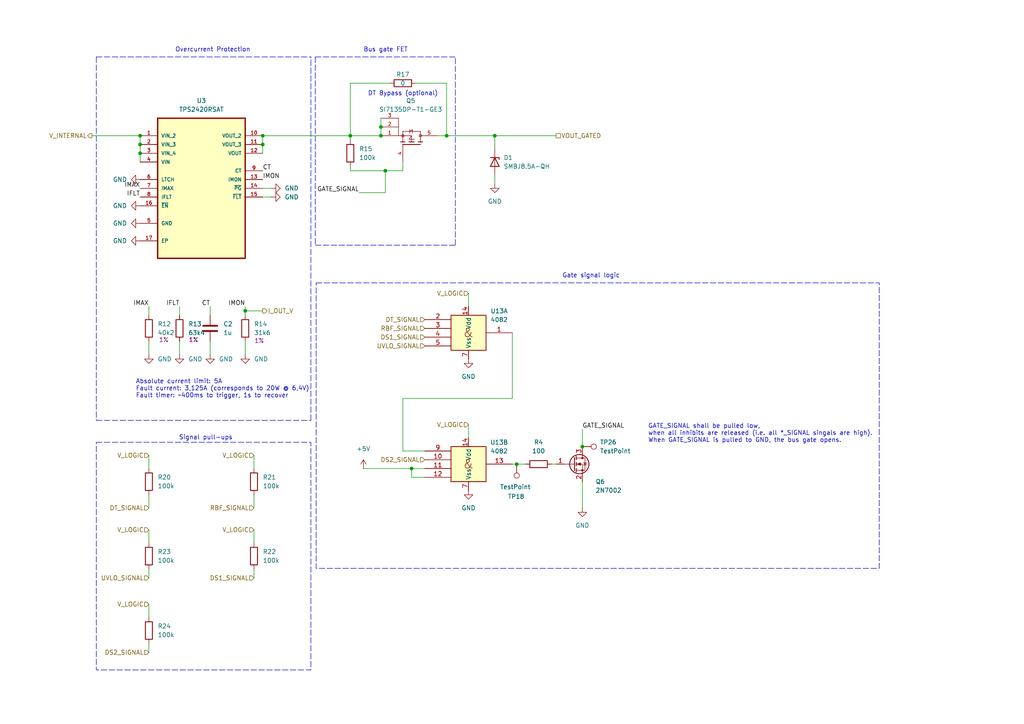
<source format=kicad_sch>
(kicad_sch (version 20231120) (generator "eeschema") (generator_version "8.0")
  (paper "A4")
  (lib_symbols
    (symbol "4xxx_IEEE:4082"
      (property "Reference" "U" (at 5.08 6.35 0))
      (property "Value" "4082" (at 5.08 -6.35 0))
      (symbol "4082_0_0"
        (text "&" (at 0 0 0) (effects (font (size 2.54 2.54))))
        (pin power_in line (at 0 7.62 270) (length 2.54) (name "Vdd") (number "14"))
        (pin power_in line (at 0 -7.62 90) (length 2.54) (name "Vss") (number "7"))
      )
      (symbol "4082_0_1"
        (rectangle (start -5.08 5.08) (end 5.08 -5.08) (stroke (width 0.254)) (fill (type background)))
      )
      (symbol "4082_1_1"
        (pin output line (at 12.7 0 180) (length 7.62) (name "~") (number "1"))
        (pin input line (at -12.7 3.81 0) (length 7.62) (name "~") (number "2"))
        (pin input line (at -12.7 1.27 0) (length 7.62) (name "~") (number "3"))
        (pin input line (at -12.7 -1.27 0) (length 7.62) (name "~") (number "4"))
        (pin input line (at -12.7 -3.81 0) (length 7.62) (name "~") (number "5"))
      )
      (symbol "4082_2_1"
        (pin input line (at -12.7 1.27 0) (length 7.62) (name "~") (number "10"))
        (pin input line (at -12.7 -1.27 0) (length 7.62) (name "~") (number "11"))
        (pin input line (at -12.7 -3.81 0) (length 7.62) (name "~") (number "12"))
        (pin output line (at 12.7 0 180) (length 7.62) (name "~") (number "13"))
        (pin input line (at -12.7 3.81 0) (length 7.62) (name "~") (number "9"))
      )
    )
    (symbol "Connector:TestPoint" (pin_numbers hide) (pin_names (offset 0.762) hide)
      (property "Reference" "TP" (at 0 6.858 0))
      (property "Value" "TestPoint" (at 0 5.08 0))
      (symbol "TestPoint_0_1"
        (circle (center 0 3.302) (radius 0.762))
      )
      (symbol "TestPoint_1_1"
        (pin passive line (at 0 0 90) (length 2.54) (name "1") (number "1"))
      )
    )
    (symbol "Device:C" (pin_numbers hide) (pin_names (offset 0.254))
      (property "Reference" "C" (at 0.635 2.54 0))
      (property "Value" "C" (at 0.635 -2.54 0))
      (symbol "C_0_1"
        (polyline (pts (xy -2.032 -0.762) (xy 2.032 -0.762)) (stroke (width 0.508)))
        (polyline (pts (xy -2.032 0.762) (xy 2.032 0.762)) (stroke (width 0.508)))
      )
      (symbol "C_1_1"
        (pin passive line (at 0 3.81 270) (length 2.794) (name "~") (number "1"))
        (pin passive line (at 0 -3.81 90) (length 2.794) (name "~") (number "2"))
      )
    )
    (symbol "Device:R" (pin_numbers hide) (pin_names (offset 0))
      (property "Reference" "R" (at 2.032 0 90))
      (property "Value" "R" (at 0 0 90))
      (symbol "R_0_1"
        (rectangle (start -1.016 -2.54) (end 1.016 2.54) (stroke (width 0.254)))
      )
      (symbol "R_1_1"
        (pin passive line (at 0 3.81 270) (length 1.27) (name "~") (number "1"))
        (pin passive line (at 0 -3.81 90) (length 1.27) (name "~") (number "2"))
      )
    )
    (symbol "Diode:PTVS5V0Z1USK" (pin_numbers hide) (pin_names hide)
      (property "Reference" "D" (at 0 2.54 0))
      (property "Value" "PTVS5V0Z1USK" (at 0 -2.54 0))
      (symbol "PTVS5V0Z1USK_0_1"
        (polyline (pts (xy 1.27 0) (xy -1.27 0)))
        (polyline (pts (xy -1.27 -1.27) (xy -1.27 1.27) (xy -0.762 1.27)) (stroke (width 0.254)))
        (polyline (pts (xy 1.27 -1.27) (xy 1.27 1.27) (xy -1.27 0) (xy 1.27 -1.27)) (stroke (width 0.254)))
      )
      (symbol "PTVS5V0Z1USK_1_1"
        (pin passive line (at -3.81 0 0) (length 2.54) (name "K") (number "1"))
        (pin passive line (at 3.81 0 180) (length 2.54) (name "A") (number "2"))
      )
    )
    (symbol "STS_Power_Management:TPS2420RSAT" (pin_names (offset 1.016))
      (property "Reference" "U" (at -5.3594 19.4056 0))
      (property "Value" "TPS2420RSAT" (at -5.334 -26.035 0))
      (symbol "TPS2420RSAT_0_0"
        (rectangle (start -12.7 -22.86) (end 12.7 17.78) (stroke (width 0.4064)) (fill (type background)))
        (pin passive line (at -17.78 12.7 0) (length 5.08) (name "VIN_2") (number "1"))
        (pin passive line (at 17.78 12.7 180) (length 5.08) (name "VOUT_2") (number "10"))
        (pin passive line (at 17.78 10.16 180) (length 5.08) (name "VOUT_3") (number "11"))
        (pin output line (at 17.78 7.62 180) (length 5.08) (name "VOUT") (number "12"))
        (pin output line (at 17.78 0 180) (length 5.08) (name "IMON") (number "13"))
        (pin open_collector line (at 17.78 -2.54 180) (length 5.08) (name "~{PG}") (number "14"))
        (pin open_collector line (at 17.78 -5.08 180) (length 5.08) (name "~{FLT}") (number "15"))
        (pin input line (at -17.78 -7.62 0) (length 5.08) (name "~{EN}") (number "16"))
        (pin passive line (at -17.78 -17.78 0) (length 5.08) (name "EP") (number "17"))
        (pin passive line (at -17.78 10.16 0) (length 5.08) (name "VIN_3") (number "2"))
        (pin passive line (at -17.78 7.62 0) (length 5.08) (name "VIN_4") (number "3"))
        (pin power_in line (at -17.78 5.08 0) (length 5.08) (name "VIN") (number "4"))
        (pin passive line (at -17.78 -12.7 0) (length 5.08) (name "GND") (number "5"))
        (pin input line (at -17.78 0 0) (length 5.08) (name "LTCH") (number "6"))
        (pin input line (at -17.78 -2.54 0) (length 5.08) (name "IMAX") (number "7"))
        (pin input line (at -17.78 -5.08 0) (length 5.08) (name "IFLT") (number "8"))
        (pin bidirectional line (at 17.78 2.54 180) (length 5.08) (name "CT") (number "9"))
      )
    )
    (symbol "STS_Transistor_FET:SI7135DP-T1-GE3" (pin_names (offset 1.016) hide)
      (property "Reference" "Q" (at -8.89 3.81 0))
      (property "Value" "SI7135DP-T1-GE3" (at -20.32 -1.27 0))
      (symbol "SI7135DP-T1-GE3_0_0"
        (polyline (pts (xy 0 -2.54) (xy 0 2.54)) (stroke (width 0.254)))
        (polyline (pts (xy 0.762 -3.175) (xy 0.762 -2.54)) (stroke (width 0.254)))
        (polyline (pts (xy 0.762 -2.54) (xy 0.762 -1.905)) (stroke (width 0.254)))
        (polyline (pts (xy 0.762 -2.54) (xy 3.81 -2.54)) (stroke (width 0.1524)))
        (polyline (pts (xy 0.762 -0.762) (xy 0.762 0)) (stroke (width 0.254)))
        (polyline (pts (xy 0.762 0) (xy 0.762 0.762)) (stroke (width 0.254)))
        (polyline (pts (xy 0.762 0) (xy 2.54 0)) (stroke (width 0.1524)))
        (polyline (pts (xy 0.762 1.905) (xy 0.762 2.54)) (stroke (width 0.254)))
        (polyline (pts (xy 0.762 2.54) (xy 0.762 3.175)) (stroke (width 0.254)))
        (polyline (pts (xy 2.54 0) (xy 2.54 2.54)) (stroke (width 0.1524)))
        (polyline (pts (xy 2.54 2.54) (xy 0.762 2.54)) (stroke (width 0.1524)))
        (polyline (pts (xy 2.54 2.54) (xy 3.81 2.54)) (stroke (width 0.1524)))
        (polyline (pts (xy 3.302 0.508) (xy 3.81 0.508)) (stroke (width 0.1524)))
        (polyline (pts (xy 3.81 -2.54) (xy 3.81 0.508)) (stroke (width 0.1524)))
        (polyline (pts (xy 3.81 0.508) (xy 3.81 2.54)) (stroke (width 0.1524)))
        (polyline (pts (xy 3.81 0.508) (xy 4.318 0.508)) (stroke (width 0.1524)))
        (polyline (pts (xy 2.54 0) (xy 1.524 0.762) (xy 1.524 -0.762)) (stroke (width 0.1524)))
        (polyline (pts (xy 3.81 0.508) (xy 4.318 -0.254) (xy 3.302 -0.254)) (stroke (width 0.1524)))
        (circle (center 2.54 -2.54) (radius 0.3556))
        (circle (center 2.54 2.54) (radius 0.3556))
        (pin passive line (at 2.54 8.89 270) (length 5.08) (name "~") (number "1"))
        (pin passive line (at 5.08 8.89 270) (length 5.08) (name "~") (number "2"))
        (pin passive line (at 7.62 8.89 270) (length 5.08) (name "~") (number "3"))
        (pin passive line (at -5.08 2.54 0) (length 5.08) (name "~") (number "4"))
        (pin passive line (at 2.54 -7.62 90) (length 5.08) (name "~") (number "5"))
      )
      (symbol "SI7135DP-T1-GE3_1_1"
        (polyline (pts (xy 7.62 3.81) (xy 2.54 3.81) (xy 2.54 2.54)))
      )
    )
    (symbol "Transistor_FET:2N7002" (pin_names hide)
      (property "Reference" "Q" (at 5.08 1.905 0))
      (property "Value" "2N7002" (at 5.08 0 0))
      (symbol "2N7002_0_1"
        (polyline (pts (xy 0.254 0) (xy -2.54 0)))
        (polyline (pts (xy 0.254 1.905) (xy 0.254 -1.905)) (stroke (width 0.254)))
        (polyline (pts (xy 0.762 -1.27) (xy 0.762 -2.286)) (stroke (width 0.254)))
        (polyline (pts (xy 0.762 0.508) (xy 0.762 -0.508)) (stroke (width 0.254)))
        (polyline (pts (xy 0.762 2.286) (xy 0.762 1.27)) (stroke (width 0.254)))
        (polyline (pts (xy 2.54 2.54) (xy 2.54 1.778)))
        (polyline (pts (xy 2.54 -2.54) (xy 2.54 0) (xy 0.762 0)))
        (polyline (pts (xy 0.762 -1.778) (xy 3.302 -1.778) (xy 3.302 1.778) (xy 0.762 1.778)))
        (polyline (pts (xy 1.016 0) (xy 2.032 0.381) (xy 2.032 -0.381) (xy 1.016 0)) (fill (type outline)))
        (polyline (pts (xy 2.794 0.508) (xy 2.921 0.381) (xy 3.683 0.381) (xy 3.81 0.254)))
        (polyline (pts (xy 3.302 0.381) (xy 2.921 -0.254) (xy 3.683 -0.254) (xy 3.302 0.381)))
        (circle (center 1.651 0) (radius 2.794) (stroke (width 0.254)))
        (circle (center 2.54 -1.778) (radius 0.254) (fill (type outline)))
        (circle (center 2.54 1.778) (radius 0.254) (fill (type outline)))
      )
      (symbol "2N7002_1_1"
        (pin input line (at -5.08 0 0) (length 2.54) (name "G") (number "1"))
        (pin passive line (at 2.54 -5.08 90) (length 2.54) (name "S") (number "2"))
        (pin passive line (at 2.54 5.08 270) (length 2.54) (name "D") (number "3"))
      )
    )
    (symbol "power:+5V" (power) (pin_numbers hide) (pin_names (offset 0) hide)
      (property "Value" "+5V" (at 0 3.556 0))
      (symbol "+5V_0_1"
        (polyline (pts (xy -0.762 1.27) (xy 0 2.54)))
        (polyline (pts (xy 0 0) (xy 0 2.54)))
        (polyline (pts (xy 0 2.54) (xy 0.762 1.27)))
      )
      (symbol "+5V_1_1"
        (pin power_in line (at 0 0 90) (length 0) (name "~") (number "1"))
      )
    )
    (symbol "power:GND" (power) (pin_numbers hide) (pin_names (offset 0) hide)
      (property "Value" "GND" (at 0 -3.81 0))
      (symbol "GND_0_1"
        (polyline (pts (xy 0 0) (xy 0 -1.27) (xy 1.27 -1.27) (xy 0 -2.54) (xy -1.27 -1.27) (xy 0 -1.27)))
      )
      (symbol "GND_1_1"
        (pin power_in line (at 0 0 270) (length 0) (name "~") (number "1"))
      )
    )
  )
  (junction (at 110.49 39.37))
  (junction (at 71.12 90.17))
  (junction (at 129.54 39.37))
  (junction (at 76.2 41.91))
  (junction (at 40.64 39.37))
  (junction (at 40.64 41.91))
  (junction (at 149.86 134.62))
  (junction (at 143.51 39.37))
  (junction (at 110.49 36.83))
  (junction (at 40.64 44.45))
  (junction (at 168.91 129.54))
  (junction (at 111.76 49.53))
  (junction (at 76.2 39.37))
  (junction (at 101.6 39.37))
  (junction (at 119.38 135.89))
  (wire (pts (xy 120.65 24.13) (xy 129.54 24.13)))
  (wire (pts (xy 149.86 134.62) (xy 152.4 134.62)))
  (wire (pts (xy 143.51 39.37) (xy 143.51 43.18)))
  (wire (pts (xy 73.66 165.1) (xy 73.66 167.64)))
  (wire (pts (xy 52.07 88.9) (xy 52.07 91.44)))
  (wire (pts (xy 148.59 115.57) (xy 116.84 115.57)))
  (wire (pts (xy 73.66 143.51) (xy 73.66 147.32)))
  (wire (pts (xy 71.12 90.17) (xy 76.2 90.17)))
  (wire (pts (xy 60.96 99.06) (xy 60.96 102.87)))
  (wire (pts (xy 76.2 39.37) (xy 76.2 41.91)))
  (wire (pts (xy 119.38 135.89) (xy 123.19 135.89)))
  (wire (pts (xy 71.12 90.17) (xy 71.12 91.44)))
  (wire (pts (xy 123.19 138.43) (xy 119.38 138.43)))
  (polyline (pts (xy 27.94 121.92) (xy 90.17 121.92)) (stroke (width 0) (type dash)))
  (wire (pts (xy 101.6 39.37) (xy 110.49 39.37)))
  (wire (pts (xy 43.18 153.67) (xy 43.18 157.48)))
  (wire (pts (xy 101.6 48.26) (xy 101.6 49.53)))
  (wire (pts (xy 119.38 138.43) (xy 119.38 135.89)))
  (wire (pts (xy 135.89 123.19) (xy 135.89 127)))
  (wire (pts (xy 110.49 34.29) (xy 110.49 36.83)))
  (wire (pts (xy 76.2 41.91) (xy 76.2 44.45)))
  (wire (pts (xy 40.64 39.37) (xy 40.64 41.91)))
  (wire (pts (xy 43.18 165.1) (xy 43.18 167.64)))
  (wire (pts (xy 143.51 39.37) (xy 161.29 39.37)))
  (polyline (pts (xy 27.94 16.51) (xy 27.94 121.92)) (stroke (width 0) (type dash)))
  (wire (pts (xy 73.66 132.08) (xy 73.66 135.89)))
  (wire (pts (xy 43.18 143.51) (xy 43.18 147.32)))
  (wire (pts (xy 73.66 153.67) (xy 73.66 157.48)))
  (wire (pts (xy 43.18 88.9) (xy 43.18 91.44)))
  (polyline (pts (xy 132.08 71.12) (xy 132.08 16.51)) (stroke (width 0) (type dash)))
  (wire (pts (xy 78.74 54.61) (xy 76.2 54.61)))
  (wire (pts (xy 43.18 175.26) (xy 43.18 179.07)))
  (wire (pts (xy 111.76 49.53) (xy 111.76 55.88)))
  (wire (pts (xy 160.02 134.62) (xy 161.29 134.62)))
  (wire (pts (xy 26.67 39.37) (xy 40.64 39.37)))
  (wire (pts (xy 116.84 130.81) (xy 123.19 130.81)))
  (wire (pts (xy 71.12 88.9) (xy 71.12 90.17)))
  (wire (pts (xy 168.91 124.46) (xy 168.91 129.54)))
  (wire (pts (xy 78.74 57.15) (xy 76.2 57.15)))
  (wire (pts (xy 60.96 88.9) (xy 60.96 91.44)))
  (wire (pts (xy 127 39.37) (xy 129.54 39.37)))
  (wire (pts (xy 76.2 39.37) (xy 101.6 39.37)))
  (wire (pts (xy 143.51 50.8) (xy 143.51 53.34)))
  (wire (pts (xy 116.84 49.53) (xy 116.84 46.99)))
  (wire (pts (xy 71.12 99.06) (xy 71.12 102.87)))
  (wire (pts (xy 43.18 132.08) (xy 43.18 135.89)))
  (polyline (pts (xy 91.44 16.51) (xy 132.08 16.51)) (stroke (width 0) (type dash)))
  (wire (pts (xy 101.6 39.37) (xy 101.6 40.64)))
  (wire (pts (xy 105.41 135.89) (xy 119.38 135.89)))
  (wire (pts (xy 43.18 99.06) (xy 43.18 102.87)))
  (wire (pts (xy 168.91 139.7) (xy 168.91 147.32)))
  (polyline (pts (xy 90.17 121.92) (xy 90.17 16.51)) (stroke (width 0) (type dash)))
  (polyline (pts (xy 27.94 16.51) (xy 90.17 16.51)) (stroke (width 0) (type dash)))
  (wire (pts (xy 148.59 96.52) (xy 148.59 115.57)))
  (wire (pts (xy 148.59 134.62) (xy 149.86 134.62)))
  (wire (pts (xy 135.89 85.09) (xy 135.89 88.9)))
  (wire (pts (xy 43.18 186.69) (xy 43.18 189.23)))
  (wire (pts (xy 116.84 115.57) (xy 116.84 130.81)))
  (wire (pts (xy 104.14 55.88) (xy 111.76 55.88)))
  (wire (pts (xy 110.49 39.37) (xy 110.49 36.83)))
  (polyline (pts (xy 91.44 71.12) (xy 132.08 71.12)) (stroke (width 0) (type dash)))
  (wire (pts (xy 113.03 24.13) (xy 101.6 24.13)))
  (wire (pts (xy 129.54 39.37) (xy 143.51 39.37)))
  (wire (pts (xy 111.76 49.53) (xy 116.84 49.53)))
  (wire (pts (xy 129.54 24.13) (xy 129.54 39.37)))
  (wire (pts (xy 40.64 44.45) (xy 40.64 46.99)))
  (wire (pts (xy 101.6 24.13) (xy 101.6 39.37)))
  (polyline (pts (xy 91.44 16.51) (xy 91.44 71.12)) (stroke (width 0) (type dash)))
  (wire (pts (xy 52.07 99.06) (xy 52.07 102.87)))
  (wire (pts (xy 40.64 41.91) (xy 40.64 44.45)))
  (wire (pts (xy 101.6 49.53) (xy 111.76 49.53)))
  (rectangle (start 27.94 128.27) (end 90.17 194.31) (stroke (width 0) (type dash)))
  (rectangle (start 91.694 82.042) (end 255.016 164.846) (stroke (width 0) (type dash)))
  (text "Signal pull-ups" (at 59.69 127 0) (effects (font (size 1.27 1.27))))
  (text "Gate signal logic" (at 171.45 80.01 0) (effects (font (size 1.27 1.27))))
  (text "Overcurrent Protection\n" (at 50.8 15.24 0) (effects (font (size 1.27 1.27)) (justify left bottom)))
  (text "Bus gate FET" (at 105.41 15.24 0) (effects (font (size 1.27 1.27)) (justify left bottom)))
  (text "Absolute current limit: 5A\nFault current: 3,125A (corresponds to 20W @ 6,4V)\nFault timer: ~400ms to trigger, 1s to recover" (at 39.37 115.57 0) (effects (font (size 1.27 1.27)) (justify left bottom)))
  (text "DT Bypass (optional)\n" (at 106.68 27.94 0) (effects (font (size 1.27 1.27)) (justify left bottom)))
  (text "GATE_SIGNAL shall be pulled low,\nwhen all inhibits are released (i.e. all *_SIGNAL singals are high). \nWhen GATE_SIGNAL is pulled to GND, the bus gate opens." (at 187.96 125.73 0) (effects (font (size 1.27 1.27)) (justify left)))
  (label "IFLT" (at 52.07 88.9 180))
  (label "IMON" (at 76.2 52.07 0))
  (label "IMON" (at 71.12 88.9 180))
  (label "GATE_SIGNAL" (at 104.14 55.88 180))
  (label "GATE_SIGNAL" (at 168.91 124.46 0))
  (label "IMAX" (at 43.18 88.9 180))
  (label "IFLT" (at 40.64 57.15 180))
  (label "CT" (at 76.2 49.53 0))
  (label "CT" (at 60.96 88.9 180))
  (label "IMAX" (at 40.64 54.61 180))
  (hierarchical_label "V_LOGIC" (shape input) (at 43.18 153.67 180))
  (hierarchical_label "DS1_SIGNAL" (shape input) (at 123.19 97.79 180))
  (hierarchical_label "V_LOGIC" (shape input) (at 73.66 153.67 180))
  (hierarchical_label "DT_SIGNAL" (shape input) (at 123.19 92.71 180))
  (hierarchical_label "DS1_SIGNAL" (shape input) (at 73.66 167.64 180))
  (hierarchical_label "I_OUT_V" (shape output) (at 76.2 90.17 0))
  (hierarchical_label "DS2_SIGNAL" (shape input) (at 43.18 189.23 180))
  (hierarchical_label "V_LOGIC" (shape input) (at 135.89 85.09 180))
  (hierarchical_label "V_LOGIC" (shape input) (at 135.89 123.19 180))
  (hierarchical_label "RBF_SIGNAL" (shape input) (at 123.19 95.25 180))
  (hierarchical_label "UVLO_SIGNAL" (shape input) (at 43.18 167.64 180))
  (hierarchical_label "V_LOGIC" (shape input) (at 43.18 132.08 180))
  (hierarchical_label "DS2_SIGNAL" (shape input) (at 123.19 133.35 180))
  (hierarchical_label "RBF_SIGNAL" (shape input) (at 73.66 147.32 180))
  (hierarchical_label "V_LOGIC" (shape input) (at 73.66 132.08 180))
  (hierarchical_label "VOUT_GATED" (shape passive) (at 161.29 39.37 0))
  (hierarchical_label "DT_SIGNAL" (shape input) (at 43.18 147.32 180))
  (hierarchical_label "V_INTERNAL" (shape output) (at 26.67 39.37 180))
  (hierarchical_label "V_LOGIC" (shape input) (at 43.18 175.26 180))
  (hierarchical_label "UVLO_SIGNAL" (shape input) (at 123.19 100.33 180))
  (symbol (lib_id "Device:R") (at 43.18 182.88 0) (unit 1)
    (property "Reference" "R24" (at 45.72 181.6099 0) (effects (justify left)))
    (property "Value" "100k" (at 45.72 184.1499 0) (effects (justify left)))
    (property "Footprint" "Resistor_SMD:R_0805_2012Metric" (effects (hide yes)))
  )
  (symbol (lib_id "STS_Transistor_FET:SI7135DP-T1-GE3") (at 119.38 41.91 90) (unit 1)
    (property "Reference" "Q5" (at 119.126 29.21 90))
    (property "Value" "SI7135DP-T1-GE3" (at 119.126 31.75 90))
    (property "Footprint" "STS_Package_SO:POWERPAK_SO8_single" (effects (hide yes)))
    (property "PARTREV" "A" (effects (hide yes)))
    (property "MANUFACTURER" "Vishay Siliconix" (effects (hide yes)))
    (property "MAXIMUM_PACKAGE_HEIGHT" "1.12mm" (effects (hide yes)))
    (property "STANDARD" "Manufacturer Recommendations" (effects (hide yes)))
  )
  (symbol (lib_id "power:GND") (at 78.74 54.61 90) (unit 1)
    (property "Reference" "#PWR044" (effects (hide yes)))
    (property "Value" "GND" (at 82.55 54.6099 90) (effects (justify right)))
    (property "Description" "Power symbol creates a global label with name \"GND\" , ground" (effects (hide yes)))
  )
  (symbol (lib_id "Transistor_FET:2N7002") (at 166.37 134.62 0) (unit 1)
    (property "Reference" "Q6" (at 172.72 139.7 0) (effects (justify left)))
    (property "Value" "2N7002" (at 172.72 142.24 0) (effects (justify left)))
    (property "Footprint" "Package_TO_SOT_SMD:SOT-23" (effects (hide yes)))
    (property "Datasheet" "https://www.onsemi.com/pub/Collateral/NDS7002A-D.PDF" (effects (hide yes)))
    (property "Description" "0.115A Id, 60V Vds, N-Channel MOSFET, SOT-23" (effects (hide yes)))
  )
  (symbol (lib_id "Device:R") (at 101.6 44.45 0) (unit 1)
    (property "Reference" "R15" (at 104.14 43.1799 0) (effects (justify left)))
    (property "Value" "100k" (at 104.14 45.7199 0) (effects (justify left)))
    (property "Footprint" "Resistor_SMD:R_0805_2012Metric" (effects (hide yes)))
  )
  (symbol (lib_id "Connector:TestPoint") (at 168.91 129.54 270) (unit 1)
    (property "Reference" "TP26" (at 173.99 128.2699 90) (effects (justify left)))
    (property "Value" "TestPoint" (at 173.99 130.8099 90) (effects (justify left)))
    (property "Footprint" "TestPoint:TestPoint_THTPad_D1.0mm_Drill0.5mm" (effects (hide yes)))
  )
  (symbol (lib_id "power:GND") (at 143.51 53.34 0) (unit 1)
    (property "Reference" "#PWR05" (effects (hide yes)))
    (property "Value" "GND" (at 143.51 58.42 0))
    (property "Description" "Power symbol creates a global label with name \"GND\" , ground" (effects (hide yes)))
  )
  (symbol (lib_id "Diode:PTVS5V0Z1USK") (at 143.51 46.99 270) (unit 1)
    (property "Reference" "D1" (at 146.05 45.7199 90) (effects (justify left)))
    (property "Value" "SMBJ8.5A-QH" (at 146.05 48.2599 90) (effects (justify left)))
    (property "Footprint" "Diode_SMD:D_SMB" (effects (hide yes)))
  )
  (symbol (lib_id "Device:R") (at 43.18 95.25 0) (unit 1)
    (property "Reference" "R12" (at 45.72 93.9799 0) (effects (justify left)))
    (property "Value" "40k2" (at 45.72 96.5199 0) (effects (justify left)))
    (property "Footprint" "Resistor_SMD:R_0805_2012Metric" (effects (hide yes)))
    (property "Tolerance" "1%" (at 47.498 98.552 0))
  )
  (symbol (lib_id "4xxx_IEEE:4082") (at 135.89 96.52 0) (unit 1)
    (property "Reference" "U13" (at 144.78 90.2014 0))
    (property "Value" "4082" (at 144.78 92.7414 0))
    (property "Footprint" "Package_SO:SOIC-14_3.9x8.7mm_P1.27mm" (effects (hide yes)))
    (property "Description" "CD4082BM96" (effects (hide yes)))
  )
  (symbol (lib_id "Device:R") (at 73.66 139.7 0) (unit 1)
    (property "Reference" "R21" (at 76.2 138.4299 0) (effects (justify left)))
    (property "Value" "100k" (at 76.2 140.9699 0) (effects (justify left)))
    (property "Footprint" "Resistor_SMD:R_0805_2012Metric" (effects (hide yes)))
  )
  (symbol (lib_id "power:GND") (at 71.12 102.87 0) (unit 1)
    (property "Reference" "#PWR043" (effects (hide yes)))
    (property "Value" "GND" (at 73.66 104.1399 0) (effects (justify left)))
    (property "Description" "Power symbol creates a global label with name \"GND\" , ground" (effects (hide yes)))
  )
  (symbol (lib_id "Device:C") (at 60.96 95.25 0) (unit 1)
    (property "Reference" "C2" (at 64.77 93.9799 0) (effects (justify left)))
    (property "Value" "1u" (at 64.77 96.5199 0) (effects (justify left)))
    (property "Footprint" "Capacitor_SMD:C_0805_2012Metric" (effects (hide yes)))
  )
  (symbol (lib_id "Device:R") (at 52.07 95.25 0) (unit 1)
    (property "Reference" "R13" (at 54.61 93.9799 0) (effects (justify left)))
    (property "Value" "63k4" (at 54.61 96.5199 0) (effects (justify left)))
    (property "Footprint" "Resistor_SMD:R_0805_2012Metric" (effects (hide yes)))
    (property "Tolerance" "1%" (at 56.134 98.552 0))
  )
  (symbol (lib_id "power:+5V") (at 105.41 135.89 0) (unit 1)
    (property "Reference" "#PWR0135" (effects (hide yes)))
    (property "Value" "+5V" (at 105.41 130.175 0))
    (property "Description" "Power symbol creates a global label with name \"+5V\"" (effects (hide yes)))
  )
  (symbol (lib_id "power:GND") (at 40.64 64.77 270) (unit 1)
    (property "Reference" "#PWR038" (effects (hide yes)))
    (property "Value" "GND" (at 36.83 64.7699 90) (effects (justify right)))
    (property "Description" "Power symbol creates a global label with name \"GND\" , ground" (effects (hide yes)))
  )
  (symbol (lib_id "power:GND") (at 135.89 142.24 0) (unit 1)
    (property "Reference" "#PWR0105" (effects (hide yes)))
    (property "Value" "GND" (at 135.89 147.32 0))
    (property "Description" "Power symbol creates a global label with name \"GND\" , ground" (effects (hide yes)))
  )
  (symbol (lib_id "4xxx_IEEE:4082") (at 135.89 134.62 0) (unit 2)
    (property "Reference" "U13" (at 144.78 128.3014 0))
    (property "Value" "4082" (at 144.78 130.8414 0))
    (property "Footprint" "Package_SO:SOIC-14_3.9x8.7mm_P1.27mm" (effects (hide yes)))
    (property "Description" "CD4082BM96" (effects (hide yes)))
  )
  (symbol (lib_id "power:GND") (at 168.91 147.32 0) (unit 1)
    (property "Reference" "#PWR0107" (effects (hide yes)))
    (property "Value" "GND" (at 168.91 152.4 0))
    (property "Description" "Power symbol creates a global label with name \"GND\" , ground" (effects (hide yes)))
  )
  (symbol (lib_id "power:GND") (at 135.89 104.14 0) (unit 1)
    (property "Reference" "#PWR0104" (effects (hide yes)))
    (property "Value" "GND" (at 135.89 109.22 0))
    (property "Description" "Power symbol creates a global label with name \"GND\" , ground" (effects (hide yes)))
  )
  (symbol (lib_id "Device:R") (at 71.12 95.25 0) (unit 1)
    (property "Reference" "R14" (at 73.66 93.9799 0) (effects (justify left)))
    (property "Value" "31k6" (at 73.66 96.5199 0) (effects (justify left)))
    (property "Footprint" "Resistor_SMD:R_0805_2012Metric" (effects (hide yes)))
    (property "Tolerance" "1%" (at 75.184 98.806 0))
  )
  (symbol (lib_id "power:GND") (at 43.18 102.87 0) (unit 1)
    (property "Reference" "#PWR040" (effects (hide yes)))
    (property "Value" "GND" (at 45.72 104.1399 0) (effects (justify left)))
    (property "Description" "Power symbol creates a global label with name \"GND\" , ground" (effects (hide yes)))
  )
  (symbol (lib_id "power:GND") (at 60.96 102.87 0) (unit 1)
    (property "Reference" "#PWR042" (effects (hide yes)))
    (property "Value" "GND" (at 63.5 104.1399 0) (effects (justify left)))
    (property "Description" "Power symbol creates a global label with name \"GND\" , ground" (effects (hide yes)))
  )
  (symbol (lib_id "power:GND") (at 78.74 57.15 90) (unit 1)
    (property "Reference" "#PWR045" (effects (hide yes)))
    (property "Value" "GND" (at 82.55 57.1499 90) (effects (justify right)))
    (property "Description" "Power symbol creates a global label with name \"GND\" , ground" (effects (hide yes)))
  )
  (symbol (lib_id "Connector:TestPoint") (at 149.86 134.62 180) (unit 1)
    (property "Reference" "TP18" (at 152.146 144.018 0) (effects (justify left)))
    (property "Value" "TestPoint" (at 153.924 141.224 0) (effects (justify left)))
    (property "Footprint" "TestPoint:TestPoint_THTPad_D1.0mm_Drill0.5mm" (effects (hide yes)))
  )
  (symbol (lib_id "Device:R") (at 156.21 134.62 90) (unit 1)
    (property "Reference" "R4" (at 156.21 128.27 90))
    (property "Value" "100" (at 156.21 130.81 90))
    (property "Footprint" "Resistor_SMD:R_0805_2012Metric" (effects (hide yes)))
    (property "Description" "Resistor" (effects (hide yes)))
  )
  (symbol (lib_id "power:GND") (at 40.64 52.07 270) (unit 1)
    (property "Reference" "#PWR036" (effects (hide yes)))
    (property "Value" "GND" (at 36.83 52.0699 90) (effects (justify right)))
    (property "Description" "Power symbol creates a global label with name \"GND\" , ground" (effects (hide yes)))
  )
  (symbol (lib_id "power:GND") (at 40.64 59.69 270) (unit 1)
    (property "Reference" "#PWR037" (effects (hide yes)))
    (property "Value" "GND" (at 36.83 59.6899 90) (effects (justify right)))
    (property "Description" "Power symbol creates a global label with name \"GND\" , ground" (effects (hide yes)))
  )
  (symbol (lib_id "power:GND") (at 52.07 102.87 0) (unit 1)
    (property "Reference" "#PWR041" (effects (hide yes)))
    (property "Value" "GND" (at 54.61 104.1399 0) (effects (justify left)))
    (property "Description" "Power symbol creates a global label with name \"GND\" , ground" (effects (hide yes)))
  )
  (symbol (lib_id "Device:R") (at 43.18 139.7 0) (unit 1)
    (property "Reference" "R20" (at 45.72 138.4299 0) (effects (justify left)))
    (property "Value" "100k" (at 45.72 140.9699 0) (effects (justify left)))
    (property "Footprint" "Resistor_SMD:R_0805_2012Metric" (effects (hide yes)))
  )
  (symbol (lib_id "Device:R") (at 43.18 161.29 0) (unit 1)
    (property "Reference" "R23" (at 45.72 160.0199 0) (effects (justify left)))
    (property "Value" "100k" (at 45.72 162.5599 0) (effects (justify left)))
    (property "Footprint" "Resistor_SMD:R_0805_2012Metric" (effects (hide yes)))
  )
  (symbol (lib_id "power:GND") (at 40.64 69.85 270) (unit 1)
    (property "Reference" "#PWR039" (effects (hide yes)))
    (property "Value" "GND" (at 36.83 69.8499 90) (effects (justify right)))
    (property "Description" "Power symbol creates a global label with name \"GND\" , ground" (effects (hide yes)))
  )
  (symbol (lib_id "Device:R") (at 116.84 24.13 90) (unit 1)
    (property "Reference" "R17" (at 116.84 21.59 90))
    (property "Value" "0" (at 116.84 24.13 90))
    (property "Footprint" "Resistor_SMD:R_0805_2012Metric" (effects (hide yes)))
  )
  (symbol (lib_id "Device:R") (at 73.66 161.29 0) (unit 1)
    (property "Reference" "R22" (at 76.2 160.0199 0) (effects (justify left)))
    (property "Value" "100k" (at 76.2 162.5599 0) (effects (justify left)))
    (property "Footprint" "Resistor_SMD:R_0805_2012Metric" (effects (hide yes)))
  )
  (symbol (lib_id "STS_Power_Management:TPS2420RSAT") (at 58.42 52.07 0) (unit 1)
    (property "Reference" "U3" (at 58.42 29.21 0))
    (property "Value" "TPS2420RSAT" (at 58.42 31.75 0))
    (property "Footprint" "Package_DFN_QFN:VQFN-16-1EP_3x3mm_P0.5mm_EP1.45x1.45mm_ThermalVias" (effects (hide yes)))
    (property "OC_FARNELL" "1710811" (effects (hide yes)))
    (property "SUPPLIER" "Texas Instruments" (effects (hide yes)))
    (property "MPN" "TPS2420RSAT" (effects (hide yes)))
    (property "PACKAGE" "QFN-16" (effects (hide yes)))
    (property "OC_NEWARK" "56P3012" (effects (hide yes)))
  )
)
</source>
